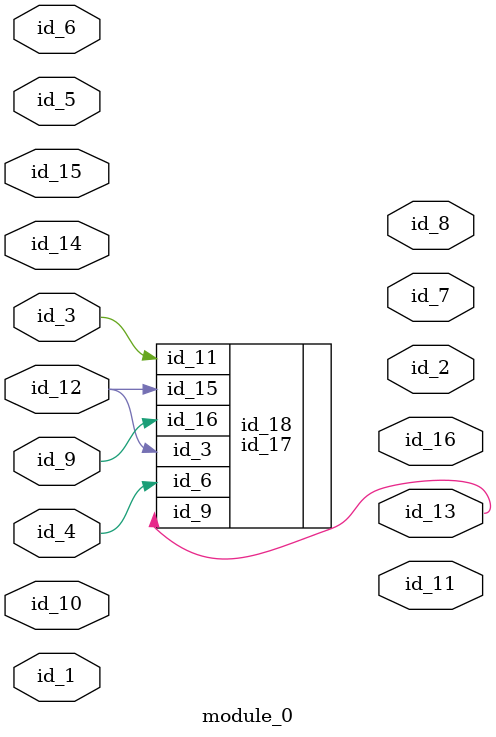
<source format=v>
module module_0 (
    id_1,
    id_2,
    id_3,
    id_4,
    id_5,
    id_6,
    id_7,
    id_8,
    id_9,
    id_10,
    id_11,
    id_12,
    id_13,
    id_14,
    id_15,
    id_16
);
  output id_16;
  input id_15;
  input id_14;
  output id_13;
  input id_12;
  output id_11;
  input id_10;
  input id_9;
  output id_8;
  output id_7;
  input id_6;
  input id_5;
  input id_4;
  input id_3;
  output id_2;
  input id_1;
  id_17 id_18 (
      .id_6 (id_4),
      .id_11(id_3),
      .id_16(id_9),
      .id_15(id_12),
      .id_3 (id_12),
      .id_9 (id_13)
  );
endmodule

</source>
